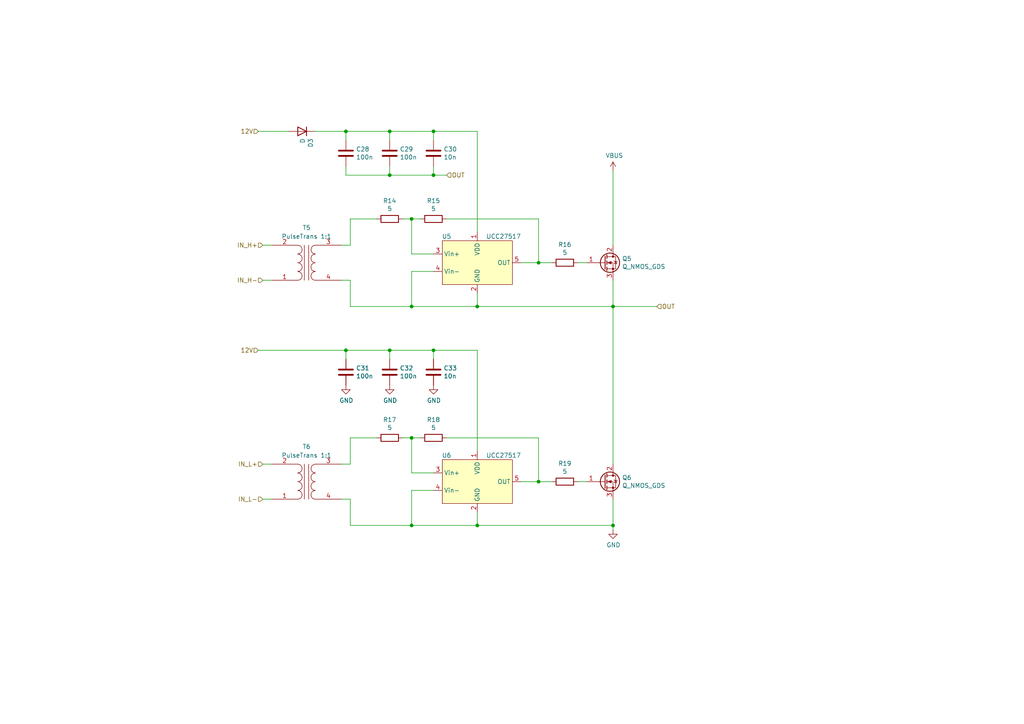
<source format=kicad_sch>
(kicad_sch (version 20211123) (generator eeschema)
  (paper "A4")
  (lib_symbols
    (symbol "Device:C" (pin_numbers hide) (pin_names (offset 0.254))
      (property "Reference" "C" (at 0.635 2.54 0))
      (property "Value" "C" (at 0.635 -2.54 0))
      (symbol "C_0_1"
        (polyline (pts (xy -2.032 -0.762) (xy 2.032 -0.762)) (stroke (width 0.508)))
        (polyline (pts (xy -2.032 0.762) (xy 2.032 0.762)) (stroke (width 0.508)))
      )
      (symbol "C_1_1"
        (pin passive line (at 0 3.81 270) (length 2.794) (name "~") (number "1"))
        (pin passive line (at 0 -3.81 90) (length 2.794) (name "~") (number "2"))
      )
    )
    (symbol "Device:D" (pin_numbers hide) (pin_names (offset 1.016) hide)
      (property "Reference" "D" (at 0 2.54 0))
      (property "Value" "D" (at 0 -2.54 0))
      (symbol "D_0_1"
        (polyline (pts (xy -1.27 1.27) (xy -1.27 -1.27)) (stroke (width 0.254)))
        (polyline (pts (xy 1.27 0) (xy -1.27 0)))
        (polyline (pts (xy 1.27 1.27) (xy 1.27 -1.27) (xy -1.27 0) (xy 1.27 1.27)) (stroke (width 0.254)))
      )
      (symbol "D_1_1"
        (pin passive line (at -3.81 0 0) (length 2.54) (name "K") (number "1"))
        (pin passive line (at 3.81 0 180) (length 2.54) (name "A") (number "2"))
      )
    )
    (symbol "Device:Q_NMOS_GDS" (pin_names (offset 0) hide)
      (property "Reference" "Q" (at 5.08 1.27 0))
      (property "Value" "Q_NMOS_GDS" (at 5.08 -1.27 0))
      (symbol "Q_NMOS_GDS_0_1"
        (polyline (pts (xy 0.254 0) (xy -2.54 0)))
        (polyline (pts (xy 0.254 1.905) (xy 0.254 -1.905)) (stroke (width 0.254)))
        (polyline (pts (xy 0.762 -1.27) (xy 0.762 -2.286)) (stroke (width 0.254)))
        (polyline (pts (xy 0.762 0.508) (xy 0.762 -0.508)) (stroke (width 0.254)))
        (polyline (pts (xy 0.762 2.286) (xy 0.762 1.27)) (stroke (width 0.254)))
        (polyline (pts (xy 2.54 2.54) (xy 2.54 1.778)))
        (polyline (pts (xy 2.54 -2.54) (xy 2.54 0) (xy 0.762 0)))
        (polyline (pts (xy 0.762 -1.778) (xy 3.302 -1.778) (xy 3.302 1.778) (xy 0.762 1.778)))
        (polyline (pts (xy 1.016 0) (xy 2.032 0.381) (xy 2.032 -0.381) (xy 1.016 0)) (fill (type outline)))
        (polyline (pts (xy 2.794 0.508) (xy 2.921 0.381) (xy 3.683 0.381) (xy 3.81 0.254)))
        (polyline (pts (xy 3.302 0.381) (xy 2.921 -0.254) (xy 3.683 -0.254) (xy 3.302 0.381)))
        (circle (center 1.651 0) (radius 2.794) (stroke (width 0.254)))
        (circle (center 2.54 -1.778) (radius 0.254) (fill (type outline)))
        (circle (center 2.54 1.778) (radius 0.254) (fill (type outline)))
      )
      (symbol "Q_NMOS_GDS_1_1"
        (pin input line (at -5.08 0 0) (length 2.54) (name "G") (number "1"))
        (pin passive line (at 2.54 5.08 270) (length 2.54) (name "D") (number "2"))
        (pin passive line (at 2.54 -5.08 90) (length 2.54) (name "S") (number "3"))
      )
    )
    (symbol "Device:R" (pin_numbers hide) (pin_names (offset 0))
      (property "Reference" "R" (at 2.032 0 90))
      (property "Value" "R" (at 0 0 90))
      (symbol "R_0_1"
        (rectangle (start -1.016 -2.54) (end 1.016 2.54) (stroke (width 0.254)))
      )
      (symbol "R_1_1"
        (pin passive line (at 0 3.81 270) (length 1.27) (name "~") (number "1"))
        (pin passive line (at 0 -3.81 90) (length 1.27) (name "~") (number "2"))
      )
    )
    (symbol "Device:Transformer_1P_1S" (pin_names (offset 1.016) hide)
      (property "Reference" "T" (at 0 6.35 0))
      (property "Value" "Transformer_1P_1S" (at 0 -7.62 0))
      (symbol "Transformer_1P_1S_0_1"
        (arc (start -2.54 -5.0546) (mid -1.6561 -4.6863) (end -1.27 -3.81))
        (arc (start -2.54 -2.5146) (mid -1.6561 -2.1463) (end -1.27 -1.27))
        (arc (start -2.54 0.0254) (mid -1.6561 0.3937) (end -1.27 1.27))
        (arc (start -2.54 2.5654) (mid -1.6561 2.9337) (end -1.27 3.81))
        (arc (start -1.27 -3.81) (mid -1.642 -2.912) (end -2.54 -2.54))
        (arc (start -1.27 -1.27) (mid -1.642 -0.372) (end -2.54 0))
        (arc (start -1.27 1.27) (mid -1.642 2.168) (end -2.54 2.54))
        (arc (start -1.27 3.81) (mid -1.642 4.708) (end -2.54 5.08))
        (polyline (pts (xy -0.635 5.08) (xy -0.635 -5.08)))
        (polyline (pts (xy 0.635 -5.08) (xy 0.635 5.08)))
        (arc (start 1.2954 -1.27) (mid 1.6599 -2.1501) (end 2.54 -2.5146))
        (arc (start 1.2954 1.27) (mid 1.6599 0.3899) (end 2.54 0.0254))
        (arc (start 1.2954 3.81) (mid 1.6599 2.9299) (end 2.54 2.5654))
        (arc (start 1.3208 -3.81) (mid 1.6853 -4.6901) (end 2.5654 -5.0546))
        (arc (start 2.54 0) (mid 1.6456 -0.3683) (end 1.2954 -1.27))
        (arc (start 2.54 2.54) (mid 1.6456 2.1717) (end 1.2954 1.27))
        (arc (start 2.54 5.08) (mid 1.6456 4.7117) (end 1.2954 3.81))
        (arc (start 2.5654 -2.54) (mid 1.671 -2.9083) (end 1.3208 -3.81))
      )
      (symbol "Transformer_1P_1S_1_1"
        (pin passive line (at -10.16 5.08 0) (length 7.62) (name "AA") (number "1"))
        (pin passive line (at -10.16 -5.08 0) (length 7.62) (name "AB") (number "2"))
        (pin passive line (at 10.16 -5.08 180) (length 7.62) (name "SA") (number "3"))
        (pin passive line (at 10.16 5.08 180) (length 7.62) (name "SB") (number "4"))
      )
    )
    (symbol "power:GND" (power) (pin_names (offset 0))
      (property "Value" "GND" (at 0 -3.81 0))
      (symbol "GND_0_1"
        (polyline (pts (xy 0 0) (xy 0 -1.27) (xy 1.27 -1.27) (xy 0 -2.54) (xy -1.27 -1.27) (xy 0 -1.27)))
      )
      (symbol "GND_1_1"
        (pin power_in line (at 0 0 270) (length 0) hide (name "GND") (number "1"))
      )
    )
    (symbol "power:VBUS" (power) (pin_names (offset 0))
      (property "Value" "VBUS" (at 0 3.81 0))
      (symbol "VBUS_0_1"
        (polyline (pts (xy -0.762 1.27) (xy 0 2.54)))
        (polyline (pts (xy 0 0) (xy 0 2.54)))
        (polyline (pts (xy 0 2.54) (xy 0.762 1.27)))
      )
      (symbol "VBUS_1_1"
        (pin power_in line (at 0 0 90) (length 0) hide (name "VBUS") (number "1"))
      )
    )
    (symbol "universal-half-bridge-parts:UCC27517"
      (property "Reference" "U" (at -8.89 7.62 0))
      (property "Value" "UCC27517" (at 7.62 7.62 0))
      (symbol "UCC27517_0_1"
        (rectangle (start -10.16 6.35) (end 10.16 -6.35) (fill (type background)))
      )
      (symbol "UCC27517_1_1"
        (pin power_in line (at 0 8.89 270) (length 2.54) (name "VDD") (number "1"))
        (pin power_in line (at 0 -8.89 90) (length 2.54) (name "GND") (number "2"))
        (pin output line (at -12.7 2.54 0) (length 2.54) (name "Vin+") (number "3"))
        (pin output line (at -12.7 -2.54 0) (length 2.54) (name "Vin-") (number "4"))
        (pin output line (at 12.7 0 180) (length 2.54) (name "OUT") (number "5"))
      )
    )
  )
  (junction (at 177.8 88.9))
  (junction (at 113.03 38.1))
  (junction (at 119.38 127))
  (junction (at 138.43 152.4))
  (junction (at 177.8 152.4))
  (junction (at 125.73 38.1))
  (junction (at 156.21 76.2))
  (junction (at 119.38 152.4))
  (junction (at 119.38 88.9))
  (junction (at 100.33 101.6))
  (junction (at 138.43 88.9))
  (junction (at 113.03 50.8))
  (junction (at 156.21 139.7))
  (junction (at 100.33 38.1))
  (junction (at 113.03 101.6))
  (junction (at 125.73 101.6))
  (junction (at 125.73 50.8))
  (junction (at 119.38 63.5))
  (wire (pts (xy 125.73 40.64) (xy 125.73 38.1)))
  (wire (pts (xy 99.06 81.28) (xy 101.6 81.28)))
  (wire (pts (xy 101.6 127) (xy 109.22 127)))
  (wire (pts (xy 101.6 81.28) (xy 101.6 88.9)))
  (wire (pts (xy 119.38 142.24) (xy 125.73 142.24)))
  (wire (pts (xy 151.13 76.2) (xy 156.21 76.2)))
  (wire (pts (xy 76.2 81.28) (xy 78.74 81.28)))
  (wire (pts (xy 74.93 101.6) (xy 100.33 101.6)))
  (wire (pts (xy 119.38 127) (xy 121.92 127)))
  (wire (pts (xy 138.43 88.9) (xy 138.43 85.09)))
  (wire (pts (xy 113.03 50.8) (xy 113.03 48.26)))
  (wire (pts (xy 167.64 76.2) (xy 170.18 76.2)))
  (wire (pts (xy 119.38 152.4) (xy 119.38 142.24)))
  (wire (pts (xy 125.73 104.14) (xy 125.73 101.6)))
  (wire (pts (xy 101.6 63.5) (xy 101.6 71.12)))
  (wire (pts (xy 101.6 134.62) (xy 99.06 134.62)))
  (wire (pts (xy 156.21 139.7) (xy 160.02 139.7)))
  (wire (pts (xy 101.6 127) (xy 101.6 134.62)))
  (wire (pts (xy 100.33 48.26) (xy 100.33 50.8)))
  (wire (pts (xy 119.38 137.16) (xy 119.38 127)))
  (wire (pts (xy 101.6 144.78) (xy 101.6 152.4)))
  (wire (pts (xy 76.2 134.62) (xy 78.74 134.62)))
  (wire (pts (xy 138.43 67.31) (xy 138.43 38.1)))
  (wire (pts (xy 177.8 81.28) (xy 177.8 88.9)))
  (wire (pts (xy 100.33 38.1) (xy 100.33 40.64)))
  (wire (pts (xy 125.73 50.8) (xy 129.54 50.8)))
  (wire (pts (xy 113.03 50.8) (xy 125.73 50.8)))
  (wire (pts (xy 167.64 139.7) (xy 170.18 139.7)))
  (wire (pts (xy 113.03 38.1) (xy 125.73 38.1)))
  (wire (pts (xy 76.2 144.78) (xy 78.74 144.78)))
  (wire (pts (xy 113.03 101.6) (xy 113.03 104.14)))
  (wire (pts (xy 177.8 88.9) (xy 138.43 88.9)))
  (wire (pts (xy 101.6 71.12) (xy 99.06 71.12)))
  (wire (pts (xy 129.54 127) (xy 156.21 127)))
  (wire (pts (xy 100.33 101.6) (xy 113.03 101.6)))
  (wire (pts (xy 138.43 152.4) (xy 138.43 148.59)))
  (wire (pts (xy 125.73 137.16) (xy 119.38 137.16)))
  (wire (pts (xy 101.6 152.4) (xy 119.38 152.4)))
  (wire (pts (xy 119.38 88.9) (xy 138.43 88.9)))
  (wire (pts (xy 177.8 49.53) (xy 177.8 71.12)))
  (wire (pts (xy 119.38 63.5) (xy 121.92 63.5)))
  (wire (pts (xy 156.21 76.2) (xy 156.21 63.5)))
  (wire (pts (xy 151.13 139.7) (xy 156.21 139.7)))
  (wire (pts (xy 99.06 144.78) (xy 101.6 144.78)))
  (wire (pts (xy 119.38 78.74) (xy 119.38 88.9)))
  (wire (pts (xy 177.8 153.67) (xy 177.8 152.4)))
  (wire (pts (xy 129.54 63.5) (xy 156.21 63.5)))
  (wire (pts (xy 119.38 73.66) (xy 125.73 73.66)))
  (wire (pts (xy 101.6 88.9) (xy 119.38 88.9)))
  (wire (pts (xy 113.03 38.1) (xy 113.03 40.64)))
  (wire (pts (xy 177.8 88.9) (xy 190.5 88.9)))
  (wire (pts (xy 177.8 144.78) (xy 177.8 152.4)))
  (wire (pts (xy 138.43 101.6) (xy 125.73 101.6)))
  (wire (pts (xy 125.73 38.1) (xy 138.43 38.1)))
  (wire (pts (xy 125.73 78.74) (xy 119.38 78.74)))
  (wire (pts (xy 177.8 152.4) (xy 138.43 152.4)))
  (wire (pts (xy 109.22 63.5) (xy 101.6 63.5)))
  (wire (pts (xy 138.43 130.81) (xy 138.43 101.6)))
  (wire (pts (xy 116.84 127) (xy 119.38 127)))
  (wire (pts (xy 100.33 101.6) (xy 100.33 104.14)))
  (wire (pts (xy 100.33 50.8) (xy 113.03 50.8)))
  (wire (pts (xy 119.38 63.5) (xy 119.38 73.66)))
  (wire (pts (xy 156.21 127) (xy 156.21 139.7)))
  (wire (pts (xy 177.8 88.9) (xy 177.8 134.62)))
  (wire (pts (xy 156.21 76.2) (xy 160.02 76.2)))
  (wire (pts (xy 100.33 38.1) (xy 113.03 38.1)))
  (wire (pts (xy 91.44 38.1) (xy 100.33 38.1)))
  (wire (pts (xy 76.2 71.12) (xy 78.74 71.12)))
  (wire (pts (xy 116.84 63.5) (xy 119.38 63.5)))
  (wire (pts (xy 113.03 101.6) (xy 125.73 101.6)))
  (wire (pts (xy 125.73 50.8) (xy 125.73 48.26)))
  (wire (pts (xy 74.93 38.1) (xy 83.82 38.1)))
  (wire (pts (xy 138.43 152.4) (xy 119.38 152.4)))
  (hierarchical_label "12V" (shape input) (at 74.93 101.6 180))
  (hierarchical_label "IN_L+" (shape input) (at 76.2 134.62 180))
  (hierarchical_label "12V" (shape input) (at 74.93 38.1 180))
  (hierarchical_label "OUT" (shape input) (at 129.54 50.8 0))
  (hierarchical_label "IN_H+" (shape input) (at 76.2 71.12 180))
  (hierarchical_label "OUT" (shape input) (at 190.5 88.9 0))
  (hierarchical_label "IN_H-" (shape input) (at 76.2 81.28 180))
  (hierarchical_label "IN_L-" (shape input) (at 76.2 144.78 180))
  (symbol (lib_id "Device:C") (at 113.03 107.95 180) (unit 1)
    (property "Reference" "C32" (at 115.951 106.7816 0) (effects (justify right)))
    (property "Value" "100n" (at 115.951 109.093 0) (effects (justify right)))
    (property "Footprint" "Capacitor_SMD:C_0603_1608Metric" (effects hide))
  )
  (symbol (lib_id "universal-half-bridge-parts:UCC27517") (at 138.43 76.2 0) (unit 1)
    (property "Reference" "U5" (at 129.54 68.58 0))
    (property "Value" "UCC27517" (at 146.05 68.58 0))
    (property "Footprint" "Package_TO_SOT_SMD:SOT-23-5" (effects hide))
  )
  (symbol (lib_id "power:GND") (at 125.73 111.76 0) (unit 1)
    (property "Reference" "#PWR071" (effects hide))
    (property "Value" "GND" (at 125.857 116.1542 0))
  )
  (symbol (lib_id "Device:R") (at 125.73 63.5 270) (unit 1)
    (property "Reference" "R15" (at 125.73 58.2422 90))
    (property "Value" "5" (at 125.73 60.5536 90))
    (property "Footprint" "Resistor_SMD:R_0805_2012Metric" (effects hide))
  )
  (symbol (lib_id "Device:C") (at 100.33 44.45 180) (unit 1)
    (property "Reference" "C28" (at 103.251 43.2816 0) (effects (justify right)))
    (property "Value" "100n" (at 103.251 45.593 0) (effects (justify right)))
    (property "Footprint" "Capacitor_SMD:C_0603_1608Metric" (effects hide))
  )
  (symbol (lib_id "Device:Q_NMOS_GDS") (at 175.26 76.2 0) (unit 1)
    (property "Reference" "Q5" (at 180.4416 75.0316 0) (effects (justify left)))
    (property "Value" "Q_NMOS_GDS" (at 180.4416 77.343 0) (effects (justify left)))
    (property "Footprint" "Package_TO_SOT_THT:TO-247-3_Horizontal_TabUp" (effects hide))
  )
  (symbol (lib_id "power:GND") (at 113.03 111.76 0) (unit 1)
    (property "Reference" "#PWR070" (effects hide))
    (property "Value" "GND" (at 113.157 116.1542 0))
  )
  (symbol (lib_id "Device:R") (at 163.83 76.2 270) (unit 1)
    (property "Reference" "R16" (at 163.83 70.9422 90))
    (property "Value" "5" (at 163.83 73.2536 90))
    (property "Footprint" "Resistor_SMD:R_2512_6332Metric_Pad1.40x3.35mm_HandSolder" (effects hide))
  )
  (symbol (lib_id "universal-half-bridge-parts:UCC27517") (at 138.43 139.7 0) (unit 1)
    (property "Reference" "U6" (at 129.54 132.08 0))
    (property "Value" "UCC27517" (at 146.05 132.08 0))
    (property "Footprint" "Package_TO_SOT_SMD:SOT-23-5" (effects hide))
  )
  (symbol (lib_id "Device:C") (at 125.73 107.95 180) (unit 1)
    (property "Reference" "C33" (at 128.651 106.7816 0) (effects (justify right)))
    (property "Value" "10n" (at 128.651 109.093 0) (effects (justify right)))
    (property "Footprint" "Capacitor_SMD:C_0603_1608Metric" (effects hide))
  )
  (symbol (lib_id "Device:Transformer_1P_1S") (at 88.9 139.7 0) (mirror x) (unit 1)
    (property "Reference" "T6" (at 88.9127 129.54 0))
    (property "Value" "PulseTrans 1:1" (at 88.9127 132.08 0))
    (property "Footprint" "universal-half-bridge:ESMIT-4180" (effects hide))
  )
  (symbol (lib_id "Device:Transformer_1P_1S") (at 88.9 76.2 0) (mirror x) (unit 1)
    (property "Reference" "T5" (at 88.9127 66.04 0))
    (property "Value" "PulseTrans 1:1" (at 88.9127 68.58 0))
    (property "Footprint" "universal-half-bridge:ESMIT-4180" (effects hide))
  )
  (symbol (lib_id "power:GND") (at 100.33 111.76 0) (unit 1)
    (property "Reference" "#PWR069" (effects hide))
    (property "Value" "GND" (at 100.457 116.1542 0))
  )
  (symbol (lib_id "power:VBUS") (at 177.8 49.53 0) (unit 1)
    (property "Reference" "#PWR068" (effects hide))
    (property "Value" "VBUS" (at 178.181 45.1358 0))
  )
  (symbol (lib_id "Device:C") (at 100.33 107.95 180) (unit 1)
    (property "Reference" "C31" (at 103.251 106.7816 0) (effects (justify right)))
    (property "Value" "100n" (at 103.251 109.093 0) (effects (justify right)))
    (property "Footprint" "Capacitor_SMD:C_0603_1608Metric" (effects hide))
  )
  (symbol (lib_id "Device:R") (at 125.73 127 270) (unit 1)
    (property "Reference" "R18" (at 125.73 121.7422 90))
    (property "Value" "5" (at 125.73 124.0536 90))
    (property "Footprint" "Resistor_SMD:R_0805_2012Metric" (effects hide))
  )
  (symbol (lib_id "Device:R") (at 113.03 63.5 270) (unit 1)
    (property "Reference" "R14" (at 113.03 58.2422 90))
    (property "Value" "5" (at 113.03 60.5536 90))
    (property "Footprint" "Resistor_SMD:R_0805_2012Metric" (effects hide))
  )
  (symbol (lib_id "Device:R") (at 163.83 139.7 270) (unit 1)
    (property "Reference" "R19" (at 163.83 134.4422 90))
    (property "Value" "5" (at 163.83 136.7536 90))
    (property "Footprint" "Resistor_SMD:R_2512_6332Metric_Pad1.40x3.35mm_HandSolder" (effects hide))
  )
  (symbol (lib_id "Device:C") (at 113.03 44.45 180) (unit 1)
    (property "Reference" "C29" (at 115.951 43.2816 0) (effects (justify right)))
    (property "Value" "100n" (at 115.951 45.593 0) (effects (justify right)))
    (property "Footprint" "Capacitor_SMD:C_0603_1608Metric" (effects hide))
  )
  (symbol (lib_id "Device:D") (at 87.63 38.1 180) (unit 1)
    (property "Reference" "D3" (at 90.0684 40.1066 90) (effects (justify left)))
    (property "Value" "D" (at 87.757 40.1066 90) (effects (justify left)))
    (property "Footprint" "Diode_SMD:D_SMA" (effects hide))
  )
  (symbol (lib_id "Device:Q_NMOS_GDS") (at 175.26 139.7 0) (unit 1)
    (property "Reference" "Q6" (at 180.4416 138.5316 0) (effects (justify left)))
    (property "Value" "Q_NMOS_GDS" (at 180.4416 140.843 0) (effects (justify left)))
    (property "Footprint" "Package_TO_SOT_THT:TO-247-3_Horizontal_TabUp" (effects hide))
  )
  (symbol (lib_id "power:GND") (at 177.8 153.67 0) (unit 1)
    (property "Reference" "#PWR072" (effects hide))
    (property "Value" "GND" (at 177.927 158.0642 0))
  )
  (symbol (lib_id "Device:C") (at 125.73 44.45 180) (unit 1)
    (property "Reference" "C30" (at 128.651 43.2816 0) (effects (justify right)))
    (property "Value" "10n" (at 128.651 45.593 0) (effects (justify right)))
    (property "Footprint" "Capacitor_SMD:C_0603_1608Metric" (effects hide))
  )
  (symbol (lib_id "Device:R") (at 113.03 127 270) (unit 1)
    (property "Reference" "R17" (at 113.03 121.7422 90))
    (property "Value" "5" (at 113.03 124.0536 90))
    (property "Footprint" "Resistor_SMD:R_0805_2012Metric" (effects hide))
  )
)
</source>
